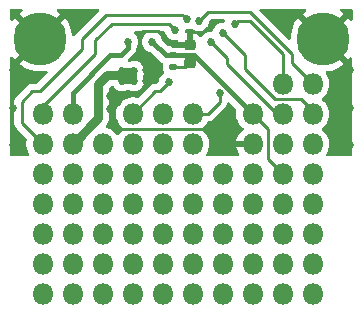
<source format=gbr>
%TF.GenerationSoftware,KiCad,Pcbnew,(6.0.0-0)*%
%TF.CreationDate,2023-03-06T18:33:43-05:00*%
%TF.ProjectId,module_dev2,6d6f6475-6c65-45f6-9465-76322e6b6963,rev?*%
%TF.SameCoordinates,Original*%
%TF.FileFunction,Copper,L1,Top*%
%TF.FilePolarity,Positive*%
%FSLAX46Y46*%
G04 Gerber Fmt 4.6, Leading zero omitted, Abs format (unit mm)*
G04 Created by KiCad (PCBNEW (6.0.0-0)) date 2023-03-06 18:33:43*
%MOMM*%
%LPD*%
G01*
G04 APERTURE LIST*
G04 Aperture macros list*
%AMRoundRect*
0 Rectangle with rounded corners*
0 $1 Rounding radius*
0 $2 $3 $4 $5 $6 $7 $8 $9 X,Y pos of 4 corners*
0 Add a 4 corners polygon primitive as box body*
4,1,4,$2,$3,$4,$5,$6,$7,$8,$9,$2,$3,0*
0 Add four circle primitives for the rounded corners*
1,1,$1+$1,$2,$3*
1,1,$1+$1,$4,$5*
1,1,$1+$1,$6,$7*
1,1,$1+$1,$8,$9*
0 Add four rect primitives between the rounded corners*
20,1,$1+$1,$2,$3,$4,$5,0*
20,1,$1+$1,$4,$5,$6,$7,0*
20,1,$1+$1,$6,$7,$8,$9,0*
20,1,$1+$1,$8,$9,$2,$3,0*%
G04 Aperture macros list end*
%TA.AperFunction,ComponentPad*%
%ADD10C,4.500000*%
%TD*%
%TA.AperFunction,ComponentPad*%
%ADD11O,1.800000X1.800000*%
%TD*%
%TA.AperFunction,SMDPad,CuDef*%
%ADD12RoundRect,0.135000X-0.185000X0.135000X-0.185000X-0.135000X0.185000X-0.135000X0.185000X0.135000X0*%
%TD*%
%TA.AperFunction,SMDPad,CuDef*%
%ADD13RoundRect,0.218750X-0.256250X0.218750X-0.256250X-0.218750X0.256250X-0.218750X0.256250X0.218750X0*%
%TD*%
%TA.AperFunction,ViaPad*%
%ADD14C,0.685800*%
%TD*%
%TA.AperFunction,Conductor*%
%ADD15C,0.254000*%
%TD*%
%TA.AperFunction,Conductor*%
%ADD16C,0.203200*%
%TD*%
%TA.AperFunction,Conductor*%
%ADD17C,0.508000*%
%TD*%
%TA.AperFunction,Conductor*%
%ADD18C,0.762000*%
%TD*%
%TA.AperFunction,Conductor*%
%ADD19C,0.381000*%
%TD*%
G04 APERTURE END LIST*
D10*
%TO.P,H1,1*%
%TO.N,GND*%
X95000000Y-64000000D03*
%TD*%
%TO.P,H2,1*%
%TO.N,GND*%
X119000000Y-64000000D03*
%TD*%
D11*
%TO.P,J24,1*%
%TO.N,/12V*%
X97790000Y-72898000D03*
%TD*%
%TO.P,J25,1*%
%TO.N,GND*%
X100330000Y-72898000D03*
%TD*%
%TO.P,J27,1*%
%TO.N,/A1*%
X95250000Y-70358000D03*
%TD*%
%TO.P,J28,1*%
%TO.N,/~{RST}*%
X102870000Y-70358000D03*
%TD*%
%TO.P,J29,1*%
%TO.N,/5V*%
X97790000Y-70358000D03*
%TD*%
%TO.P,J32,1*%
%TO.N,/EN*%
X102870000Y-72898000D03*
%TD*%
%TO.P,J13,1*%
%TO.N,/SDA*%
X115570000Y-72898000D03*
%TD*%
%TO.P,J14,1*%
%TO.N,/3V3*%
X113030000Y-70358000D03*
%TD*%
%TO.P,J15,1*%
%TO.N,GND*%
X113030000Y-72898000D03*
%TD*%
%TO.P,J16,1*%
%TO.N,/SCK*%
X105410000Y-70358000D03*
%TD*%
%TO.P,J18,1*%
%TO.N,/MISO*%
X105410000Y-72898000D03*
%TD*%
%TO.P,J19,1*%
%TO.N,/MOSI*%
X107950000Y-72898000D03*
%TD*%
%TO.P,J17,1*%
%TO.N,/CS*%
X107950000Y-70358000D03*
%TD*%
%TO.P,J22,1*%
%TO.N,/RX*%
X118110000Y-70358000D03*
%TD*%
%TO.P,J31,1*%
%TO.N,/Status*%
X118110000Y-67818000D03*
%TD*%
%TO.P,J26,1*%
%TO.N,/A0*%
X95250000Y-72898000D03*
%TD*%
%TO.P,J21,1*%
%TO.N,/TX*%
X115570000Y-70358000D03*
%TD*%
%TO.P,J30,1*%
%TO.N,/BAT*%
X115570000Y-67818000D03*
%TD*%
%TO.P,J12,1*%
%TO.N,/SCL*%
X118110000Y-72898000D03*
%TD*%
%TO.P,J2,1*%
%TO.N,N/C*%
X95250000Y-75438000D03*
%TO.P,J2,2*%
X97790000Y-75438000D03*
%TO.P,J2,3*%
X100330000Y-75438000D03*
%TO.P,J2,4*%
X102870000Y-75438000D03*
%TO.P,J2,5*%
X105410000Y-75438000D03*
%TO.P,J2,6*%
X107950000Y-75438000D03*
%TO.P,J2,7*%
X110490000Y-75438000D03*
%TO.P,J2,8*%
X113030000Y-75438000D03*
%TD*%
%TO.P,J3,1*%
%TO.N,N/C*%
X95250000Y-77978000D03*
%TO.P,J3,2*%
X97790000Y-77978000D03*
%TO.P,J3,3*%
X100330000Y-77978000D03*
%TO.P,J3,4*%
X102870000Y-77978000D03*
%TO.P,J3,5*%
X105410000Y-77978000D03*
%TO.P,J3,6*%
X107950000Y-77978000D03*
%TO.P,J3,7*%
X110490000Y-77978000D03*
%TO.P,J3,8*%
X113030000Y-77978000D03*
%TD*%
%TO.P,J4,1*%
%TO.N,N/C*%
X95250000Y-80518000D03*
%TO.P,J4,2*%
X97790000Y-80518000D03*
%TO.P,J4,3*%
X100330000Y-80518000D03*
%TO.P,J4,4*%
X102870000Y-80518000D03*
%TO.P,J4,5*%
X105410000Y-80518000D03*
%TO.P,J4,6*%
X107950000Y-80518000D03*
%TO.P,J4,7*%
X110490000Y-80518000D03*
%TO.P,J4,8*%
X113030000Y-80518000D03*
%TD*%
%TO.P,J5,1*%
%TO.N,N/C*%
X95250000Y-83058000D03*
%TO.P,J5,2*%
X97790000Y-83058000D03*
%TO.P,J5,3*%
X100330000Y-83058000D03*
%TO.P,J5,4*%
X102870000Y-83058000D03*
%TO.P,J5,5*%
X105410000Y-83058000D03*
%TO.P,J5,6*%
X107950000Y-83058000D03*
%TO.P,J5,7*%
X110490000Y-83058000D03*
%TO.P,J5,8*%
X113030000Y-83058000D03*
%TD*%
%TO.P,J6,1*%
%TO.N,N/C*%
X95250000Y-85598000D03*
%TO.P,J6,2*%
X97790000Y-85598000D03*
%TO.P,J6,3*%
X100330000Y-85598000D03*
%TO.P,J6,4*%
X102870000Y-85598000D03*
%TO.P,J6,5*%
X105410000Y-85598000D03*
%TO.P,J6,6*%
X107950000Y-85598000D03*
%TO.P,J6,7*%
X110490000Y-85598000D03*
%TO.P,J6,8*%
X113030000Y-85598000D03*
%TD*%
%TO.P,J7,1*%
%TO.N,/3V3*%
X115570000Y-75438000D03*
%TO.P,J7,2*%
X115570000Y-77978000D03*
%TO.P,J7,3*%
X115570000Y-80518000D03*
%TO.P,J7,4*%
X115570000Y-83058000D03*
%TO.P,J7,5*%
X115570000Y-85598000D03*
%TD*%
%TO.P,J8,1*%
%TO.N,GND*%
X118110000Y-75438000D03*
%TO.P,J8,2*%
X118110000Y-77978000D03*
%TO.P,J8,3*%
X118110000Y-80518000D03*
%TO.P,J8,4*%
X118110000Y-83058000D03*
%TO.P,J8,5*%
X118110000Y-85598000D03*
%TD*%
D12*
%TO.P,R1,1*%
%TO.N,/3V3*%
X106299000Y-65403000D03*
%TO.P,R1,2*%
%TO.N,N/C*%
X106299000Y-66423000D03*
%TD*%
D13*
%TO.P,D1,1,K*%
%TO.N,GND*%
X107696000Y-64490500D03*
%TO.P,D1,2,A*%
%TO.N,N/C*%
X107696000Y-66065500D03*
%TD*%
D14*
%TO.N,GND*%
X110744000Y-71628000D03*
X92710000Y-66675000D03*
X101600000Y-69342000D03*
X110744000Y-72644000D03*
X92710000Y-73025000D03*
X100965000Y-69977000D03*
X100965000Y-68834000D03*
X104013000Y-66675000D03*
X121285000Y-73025000D03*
X92710000Y-69850000D03*
X121285000Y-69850000D03*
X104013000Y-65786000D03*
X121285000Y-66675000D03*
X104013000Y-67564000D03*
%TO.N,/12V*%
X102996500Y-66720000D03*
X102997000Y-67564000D03*
X101981000Y-67564000D03*
X101999500Y-66720000D03*
%TO.N,/3V3*%
X104521000Y-64262000D03*
%TO.N,/~{RST}*%
X105918000Y-67691000D03*
%TO.N,/CS*%
X110236000Y-68580000D03*
%TO.N,/5V*%
X102489000Y-64262000D03*
%TO.N,/TX*%
X109474000Y-64262000D03*
%TO.N,/RX*%
X110490000Y-63500000D03*
%TO.N,/Status*%
X108458000Y-62484000D03*
%TO.N,/A0*%
X107442000Y-62357000D03*
%TO.N,/A1*%
X106426000Y-63246000D03*
%TO.N,/BAT*%
X111506000Y-62738000D03*
%TD*%
D15*
%TO.N,GND*%
X110236000Y-71628000D02*
X101600000Y-71628000D01*
X110236000Y-71628000D02*
X110236000Y-71628000D01*
X107569000Y-64617500D02*
X106273500Y-64617500D01*
X106273500Y-64617500D02*
X105029000Y-63373000D01*
D16*
X117500000Y-62500000D02*
X119000000Y-64000000D01*
D15*
X105029000Y-63373000D02*
X103759000Y-63373000D01*
X103759000Y-63373000D02*
X103505000Y-63627000D01*
D17*
%TO.N,/12V*%
X102996500Y-66720000D02*
X102825000Y-66720000D01*
X102997000Y-66720500D02*
X102996500Y-66720000D01*
X101999500Y-66720000D02*
X101999500Y-67545500D01*
X102996500Y-66720000D02*
X101999500Y-66720000D01*
D18*
X99949000Y-67818000D02*
X99949000Y-70739000D01*
X100711000Y-67056000D02*
X99949000Y-67818000D01*
D17*
X102997000Y-67564000D02*
X102843500Y-67564000D01*
D18*
X102489000Y-67056000D02*
X100711000Y-67056000D01*
D17*
X102489000Y-67056000D02*
X101981000Y-67564000D01*
X102997000Y-67564000D02*
X102997000Y-66720500D01*
X101999500Y-67545500D02*
X101981000Y-67564000D01*
D18*
X97790000Y-72898000D02*
X99949000Y-70739000D01*
D17*
X102843500Y-67564000D02*
X101999500Y-66720000D01*
X102825000Y-66720000D02*
X102489000Y-67056000D01*
X102997000Y-67564000D02*
X101981000Y-67564000D01*
D19*
%TO.N,/3V3*%
X110617000Y-67945000D02*
X113030000Y-70358000D01*
X108077000Y-65405000D02*
X110617000Y-67945000D01*
X104521000Y-64262000D02*
X105664000Y-65405000D01*
D15*
X113030000Y-70358000D02*
X114300000Y-71628000D01*
D19*
X105664000Y-65405000D02*
X108077000Y-65405000D01*
D15*
X114300000Y-74168000D02*
X115570000Y-75438000D01*
X114300000Y-71628000D02*
X114300000Y-74168000D01*
%TO.N,Net-(D1-Pad2)*%
X106299000Y-66423000D02*
X107338500Y-66423000D01*
X107338500Y-66423000D02*
X107569000Y-66192500D01*
%TO.N,/~{RST}*%
X104775000Y-68453000D02*
X105156000Y-68453000D01*
X102870000Y-70358000D02*
X104775000Y-68453000D01*
X105156000Y-68453000D02*
X105918000Y-67691000D01*
%TO.N,/CS*%
X110236000Y-69342000D02*
X109220000Y-70358000D01*
X109220000Y-70358000D02*
X107950000Y-70358000D01*
X110236000Y-68580000D02*
X110236000Y-69342000D01*
D19*
%TO.N,/5V*%
X101854000Y-65405000D02*
X100965000Y-65405000D01*
X102489000Y-64262000D02*
X102489000Y-64770000D01*
X102489000Y-64770000D02*
X101854000Y-65405000D01*
X97790000Y-68580000D02*
X100965000Y-65405000D01*
X97790000Y-70358000D02*
X97790000Y-68580000D01*
D15*
%TO.N,/TX*%
X110871000Y-66167000D02*
X110871000Y-65659000D01*
X110871000Y-65659000D02*
X109474000Y-64262000D01*
X115570000Y-70358000D02*
X115062000Y-70358000D01*
X115062000Y-70358000D02*
X110871000Y-66167000D01*
%TO.N,/RX*%
X117094000Y-69088000D02*
X118110000Y-70104000D01*
X112395000Y-66582920D02*
X112395000Y-65405000D01*
X116955999Y-69088000D02*
X117094000Y-69088000D01*
X114900080Y-69088000D02*
X112395000Y-66582920D01*
X116955999Y-69088000D02*
X116967000Y-69088000D01*
X116955999Y-69088000D02*
X114900080Y-69088000D01*
X112395000Y-65405000D02*
X110490000Y-63500000D01*
X118110000Y-70104000D02*
X118110000Y-70358000D01*
%TO.N,/Status*%
X116332000Y-65278000D02*
X116332000Y-66040000D01*
X116332000Y-66040000D02*
X118110000Y-67818000D01*
X112776000Y-61722000D02*
X116332000Y-65278000D01*
X109220000Y-61722000D02*
X112776000Y-61722000D01*
X108458000Y-62484000D02*
X109220000Y-61722000D01*
%TO.N,/A0*%
X98552000Y-64897000D02*
X94996000Y-68453000D01*
X93472000Y-69342000D02*
X93472000Y-71120000D01*
X100584000Y-61976000D02*
X98552000Y-64008000D01*
X94361000Y-68453000D02*
X93472000Y-69342000D01*
X107442000Y-62357000D02*
X107061000Y-61976000D01*
X93472000Y-71120000D02*
X95250000Y-72898000D01*
X98552000Y-64008000D02*
X98552000Y-64897000D01*
X107061000Y-61976000D02*
X100584000Y-61976000D01*
X94996000Y-68453000D02*
X94361000Y-68453000D01*
%TO.N,/A1*%
X105918000Y-62738000D02*
X101092000Y-62738000D01*
X106426000Y-63246000D02*
X105918000Y-62738000D01*
X95250000Y-69723000D02*
X95250000Y-70358000D01*
X101092000Y-62738000D02*
X99695000Y-64135000D01*
X99695000Y-65278000D02*
X95250000Y-69723000D01*
X99695000Y-64135000D02*
X99695000Y-65278000D01*
%TO.N,/BAT*%
X111506000Y-62738000D02*
X111760000Y-62484000D01*
X111760000Y-62484000D02*
X112776000Y-62484000D01*
X115570000Y-65278000D02*
X112776000Y-62484000D01*
X115570000Y-67818000D02*
X115570000Y-65278000D01*
%TD*%
%TA.AperFunction,Conductor*%
%TO.N,GND*%
G36*
X93508556Y-61466002D02*
G01*
X93555049Y-61519658D01*
X93565153Y-61589932D01*
X93535659Y-61654512D01*
X93504858Y-61680285D01*
X93450196Y-61712805D01*
X93443945Y-61717053D01*
X93250733Y-61866115D01*
X93242267Y-61877773D01*
X93248871Y-61889661D01*
X94987188Y-63627978D01*
X95001132Y-63635592D01*
X95002965Y-63635461D01*
X95009580Y-63631210D01*
X96750162Y-61890628D01*
X96757174Y-61877787D01*
X96749379Y-61867098D01*
X96579886Y-61733481D01*
X96573663Y-61729156D01*
X96492326Y-61679605D01*
X96444557Y-61627082D01*
X96432767Y-61557071D01*
X96460699Y-61491800D01*
X96519485Y-61451992D01*
X96557879Y-61446000D01*
X99911078Y-61446000D01*
X99979199Y-61466002D01*
X100025692Y-61519658D01*
X100035796Y-61589932D01*
X100006302Y-61654512D01*
X100000174Y-61661094D01*
X99049973Y-62611294D01*
X98158517Y-63502750D01*
X98150191Y-63510326D01*
X98143697Y-63514447D01*
X98138274Y-63520222D01*
X98096915Y-63564265D01*
X98094160Y-63567107D01*
X98074361Y-63586906D01*
X98071937Y-63590031D01*
X98071929Y-63590040D01*
X98071863Y-63590126D01*
X98064155Y-63599151D01*
X98033783Y-63631494D01*
X98029965Y-63638438D01*
X98029964Y-63638440D01*
X98023978Y-63649329D01*
X98013127Y-63665847D01*
X98000650Y-63681933D01*
X97991663Y-63702702D01*
X97984908Y-63718311D01*
X97939497Y-63772886D01*
X97871790Y-63794246D01*
X97803283Y-63775610D01*
X97755727Y-63722894D01*
X97743499Y-63675853D01*
X97743257Y-63671835D01*
X97742349Y-63664333D01*
X97683967Y-63344663D01*
X97682154Y-63337284D01*
X97585797Y-63026966D01*
X97583116Y-63019869D01*
X97450172Y-62723363D01*
X97446655Y-62716636D01*
X97279054Y-62438252D01*
X97274757Y-62431999D01*
X97133617Y-62251022D01*
X97121823Y-62242551D01*
X97110113Y-62249097D01*
X93250257Y-66108953D01*
X93243142Y-66121982D01*
X93250668Y-66132415D01*
X93396463Y-66249848D01*
X93402648Y-66254244D01*
X93678363Y-66426195D01*
X93685034Y-66429817D01*
X93979414Y-66567402D01*
X93986468Y-66570195D01*
X94295257Y-66671420D01*
X94302570Y-66673339D01*
X94621298Y-66736738D01*
X94628789Y-66737764D01*
X94952823Y-66762413D01*
X94960386Y-66762531D01*
X95285021Y-66748074D01*
X95292562Y-66747282D01*
X95517209Y-66709890D01*
X95587690Y-66718436D01*
X95642361Y-66763730D01*
X95663866Y-66831391D01*
X95645377Y-66899938D01*
X95626992Y-66923275D01*
X94769672Y-67780595D01*
X94707360Y-67814621D01*
X94680577Y-67817500D01*
X94440032Y-67817500D01*
X94428793Y-67816970D01*
X94421281Y-67815291D01*
X94413356Y-67815540D01*
X94413355Y-67815540D01*
X94352970Y-67817438D01*
X94349012Y-67817500D01*
X94321017Y-67817500D01*
X94317083Y-67817997D01*
X94317081Y-67817997D01*
X94316994Y-67818008D01*
X94305160Y-67818940D01*
X94260795Y-67820335D01*
X94253182Y-67822547D01*
X94253181Y-67822547D01*
X94241252Y-67826013D01*
X94221888Y-67830023D01*
X94209560Y-67831580D01*
X94209558Y-67831580D01*
X94201701Y-67832573D01*
X94194337Y-67835489D01*
X94194332Y-67835490D01*
X94160444Y-67848907D01*
X94149215Y-67852752D01*
X94132535Y-67857598D01*
X94106607Y-67865131D01*
X94099780Y-67869169D01*
X94099777Y-67869170D01*
X94089094Y-67875488D01*
X94071336Y-67884188D01*
X94059785Y-67888761D01*
X94059779Y-67888765D01*
X94052412Y-67891681D01*
X94046001Y-67896339D01*
X94045999Y-67896340D01*
X94016512Y-67917764D01*
X94006590Y-67924281D01*
X93975232Y-67942826D01*
X93975228Y-67942829D01*
X93968402Y-67946866D01*
X93954018Y-67961250D01*
X93938984Y-67974091D01*
X93922513Y-67986058D01*
X93901656Y-68011270D01*
X93894227Y-68020250D01*
X93886237Y-68029031D01*
X93078512Y-68836755D01*
X93070193Y-68844325D01*
X93063697Y-68848447D01*
X93058271Y-68854225D01*
X93058270Y-68854226D01*
X93016915Y-68898265D01*
X93014160Y-68901107D01*
X92994361Y-68920906D01*
X92991937Y-68924031D01*
X92991929Y-68924040D01*
X92991863Y-68924126D01*
X92984155Y-68933151D01*
X92953783Y-68965494D01*
X92949965Y-68972438D01*
X92949964Y-68972440D01*
X92943978Y-68983329D01*
X92933127Y-68999847D01*
X92920650Y-69015933D01*
X92903024Y-69056666D01*
X92897807Y-69067314D01*
X92876431Y-69106197D01*
X92874460Y-69113872D01*
X92874458Y-69113878D01*
X92871369Y-69125911D01*
X92864966Y-69144613D01*
X92856883Y-69163292D01*
X92853601Y-69184012D01*
X92849940Y-69207127D01*
X92847535Y-69218740D01*
X92836500Y-69261718D01*
X92836500Y-69282065D01*
X92834949Y-69301776D01*
X92831765Y-69321879D01*
X92832511Y-69329771D01*
X92835941Y-69366056D01*
X92836500Y-69377914D01*
X92836500Y-71040980D01*
X92835970Y-71052214D01*
X92834292Y-71059719D01*
X92834970Y-71081282D01*
X92836438Y-71128012D01*
X92836500Y-71131969D01*
X92836500Y-71159983D01*
X92836996Y-71163908D01*
X92836996Y-71163909D01*
X92837008Y-71164004D01*
X92837941Y-71175849D01*
X92839335Y-71220205D01*
X92844119Y-71236670D01*
X92845013Y-71239748D01*
X92849023Y-71259112D01*
X92851573Y-71279299D01*
X92854489Y-71286663D01*
X92854490Y-71286668D01*
X92867907Y-71320556D01*
X92871752Y-71331785D01*
X92884131Y-71374393D01*
X92888169Y-71381220D01*
X92888170Y-71381223D01*
X92894488Y-71391906D01*
X92903188Y-71409664D01*
X92907761Y-71421215D01*
X92907765Y-71421221D01*
X92910681Y-71428588D01*
X92915339Y-71434999D01*
X92915340Y-71435001D01*
X92936764Y-71464488D01*
X92943281Y-71474410D01*
X92961826Y-71505768D01*
X92961829Y-71505772D01*
X92965866Y-71512598D01*
X92980250Y-71526982D01*
X92993091Y-71542016D01*
X93005058Y-71558487D01*
X93011166Y-71563540D01*
X93039255Y-71586777D01*
X93048035Y-71594767D01*
X93858540Y-72405272D01*
X93892566Y-72467584D01*
X93890862Y-72528039D01*
X93861707Y-72633169D01*
X93837095Y-72863469D01*
X93837392Y-72868622D01*
X93837392Y-72868625D01*
X93843067Y-72967041D01*
X93850427Y-73094697D01*
X93851564Y-73099743D01*
X93851565Y-73099749D01*
X93883741Y-73242523D01*
X93901346Y-73320642D01*
X93903288Y-73325424D01*
X93903289Y-73325428D01*
X93978467Y-73510568D01*
X93988484Y-73535237D01*
X94098321Y-73714474D01*
X94103034Y-73722165D01*
X94121572Y-73790699D01*
X94100116Y-73858375D01*
X94045477Y-73903708D01*
X93995601Y-73914000D01*
X92629000Y-73914000D01*
X92560879Y-73893998D01*
X92514386Y-73840342D01*
X92503000Y-73788000D01*
X92503000Y-65647024D01*
X92523002Y-65578903D01*
X92576658Y-65532410D01*
X92646932Y-65522306D01*
X92711512Y-65551800D01*
X92729163Y-65570582D01*
X92865792Y-65749608D01*
X92877316Y-65758069D01*
X92889382Y-65751408D01*
X94627978Y-64012812D01*
X94635592Y-63998868D01*
X94635461Y-63997035D01*
X94631210Y-63990420D01*
X92890864Y-62250074D01*
X92877929Y-62243011D01*
X92867367Y-62250671D01*
X92741785Y-62408268D01*
X92737427Y-62414469D01*
X92736261Y-62416360D01*
X92735816Y-62416760D01*
X92735245Y-62417573D01*
X92735059Y-62417442D01*
X92683489Y-62463855D01*
X92613418Y-62475279D01*
X92548294Y-62447006D01*
X92508793Y-62388012D01*
X92503000Y-62350246D01*
X92503000Y-61572000D01*
X92523002Y-61503879D01*
X92576658Y-61457386D01*
X92629000Y-61446000D01*
X93440435Y-61446000D01*
X93508556Y-61466002D01*
G37*
%TD.AperFunction*%
%TA.AperFunction,Conductor*%
G36*
X111034843Y-69364846D02*
G01*
X111075557Y-69392092D01*
X111619042Y-69935577D01*
X111653068Y-69997889D01*
X111651365Y-70058342D01*
X111641707Y-70093169D01*
X111617095Y-70323469D01*
X111617392Y-70328622D01*
X111617392Y-70328625D01*
X111623067Y-70427041D01*
X111630427Y-70554697D01*
X111631564Y-70559743D01*
X111631565Y-70559749D01*
X111656185Y-70668993D01*
X111681346Y-70780642D01*
X111683288Y-70785424D01*
X111683289Y-70785428D01*
X111763198Y-70982220D01*
X111768484Y-70995237D01*
X111889501Y-71192719D01*
X112041147Y-71367784D01*
X112219349Y-71515730D01*
X112223816Y-71518340D01*
X112227974Y-71520770D01*
X112276698Y-71572408D01*
X112289769Y-71642191D01*
X112263038Y-71707963D01*
X112240057Y-71730318D01*
X112096123Y-71838386D01*
X112088416Y-71845229D01*
X111935600Y-72005143D01*
X111929113Y-72013153D01*
X111804474Y-72195867D01*
X111799376Y-72204841D01*
X111706252Y-72405459D01*
X111702689Y-72415146D01*
X111643581Y-72628279D01*
X111643484Y-72628788D01*
X111645625Y-72640609D01*
X111658001Y-72644000D01*
X113158000Y-72644000D01*
X113226121Y-72664002D01*
X113272614Y-72717658D01*
X113284000Y-72770000D01*
X113284000Y-73026000D01*
X113263998Y-73094121D01*
X113210342Y-73140614D01*
X113158000Y-73152000D01*
X111661968Y-73152000D01*
X111648437Y-73155973D01*
X111647000Y-73165966D01*
X111680685Y-73315439D01*
X111683773Y-73325292D01*
X111766989Y-73530226D01*
X111771629Y-73539413D01*
X111883619Y-73722165D01*
X111902157Y-73790699D01*
X111880700Y-73858376D01*
X111826061Y-73903709D01*
X111776186Y-73914000D01*
X109200146Y-73914000D01*
X109132025Y-73893998D01*
X109085532Y-73840342D01*
X109075428Y-73770068D01*
X109097824Y-73714474D01*
X109158435Y-73630125D01*
X109158439Y-73630119D01*
X109161458Y-73625917D01*
X109208641Y-73530450D01*
X109261784Y-73422922D01*
X109261785Y-73422920D01*
X109264078Y-73418280D01*
X109331408Y-73196671D01*
X109361640Y-72967041D01*
X109363327Y-72898000D01*
X109357032Y-72821434D01*
X109344773Y-72672318D01*
X109344772Y-72672312D01*
X109344349Y-72667167D01*
X109309403Y-72528039D01*
X109289184Y-72447544D01*
X109289183Y-72447540D01*
X109287925Y-72442533D01*
X109271805Y-72405459D01*
X109197630Y-72234868D01*
X109197628Y-72234865D01*
X109195570Y-72230131D01*
X109069764Y-72035665D01*
X108913887Y-71864358D01*
X108909836Y-71861159D01*
X108909832Y-71861155D01*
X108737077Y-71724722D01*
X108696014Y-71666805D01*
X108692782Y-71595882D01*
X108728407Y-71534470D01*
X108742001Y-71523261D01*
X108862243Y-71437494D01*
X109026303Y-71274005D01*
X109044076Y-71249272D01*
X109101099Y-71169915D01*
X109161458Y-71085917D01*
X109173296Y-71061965D01*
X109221409Y-71009760D01*
X109282295Y-70991856D01*
X109293803Y-70991495D01*
X109312282Y-70990914D01*
X109312283Y-70990914D01*
X109320205Y-70990665D01*
X109339749Y-70984987D01*
X109359112Y-70980977D01*
X109371440Y-70979420D01*
X109371442Y-70979420D01*
X109379299Y-70978427D01*
X109386663Y-70975511D01*
X109386668Y-70975510D01*
X109420556Y-70962093D01*
X109431785Y-70958248D01*
X109448465Y-70953402D01*
X109474393Y-70945869D01*
X109481220Y-70941831D01*
X109481223Y-70941830D01*
X109491906Y-70935512D01*
X109509664Y-70926812D01*
X109521215Y-70922239D01*
X109521221Y-70922235D01*
X109528588Y-70919319D01*
X109564491Y-70893234D01*
X109574410Y-70886719D01*
X109605768Y-70868174D01*
X109605772Y-70868171D01*
X109612598Y-70864134D01*
X109626982Y-70849750D01*
X109642016Y-70836909D01*
X109652073Y-70829602D01*
X109658487Y-70824942D01*
X109686773Y-70790750D01*
X109694763Y-70781969D01*
X110629488Y-69847245D01*
X110637807Y-69839675D01*
X110644303Y-69835553D01*
X110691086Y-69785734D01*
X110693840Y-69782893D01*
X110713639Y-69763094D01*
X110716063Y-69759969D01*
X110716071Y-69759960D01*
X110716137Y-69759874D01*
X110723845Y-69750849D01*
X110748790Y-69724285D01*
X110754217Y-69718506D01*
X110764023Y-69700669D01*
X110774873Y-69684153D01*
X110787350Y-69668067D01*
X110804976Y-69627334D01*
X110810193Y-69616686D01*
X110827749Y-69584751D01*
X110831569Y-69577803D01*
X110833540Y-69570128D01*
X110833542Y-69570122D01*
X110836631Y-69558089D01*
X110843034Y-69539387D01*
X110851117Y-69520708D01*
X110858060Y-69476873D01*
X110860467Y-69465254D01*
X110864420Y-69449856D01*
X110900732Y-69388849D01*
X110964263Y-69357158D01*
X111034843Y-69364846D01*
G37*
%TD.AperFunction*%
%TA.AperFunction,Conductor*%
G36*
X117508556Y-61466002D02*
G01*
X117555049Y-61519658D01*
X117565153Y-61589932D01*
X117535659Y-61654512D01*
X117504858Y-61680285D01*
X117450196Y-61712805D01*
X117443945Y-61717053D01*
X117250733Y-61866115D01*
X117242267Y-61877773D01*
X117248871Y-61889661D01*
X118987188Y-63627978D01*
X119001132Y-63635592D01*
X119002965Y-63635461D01*
X119009580Y-63631210D01*
X120750162Y-61890628D01*
X120757174Y-61877787D01*
X120749379Y-61867098D01*
X120579886Y-61733481D01*
X120573663Y-61729156D01*
X120492326Y-61679605D01*
X120444557Y-61627082D01*
X120432767Y-61557071D01*
X120460699Y-61491800D01*
X120519485Y-61451992D01*
X120557879Y-61446000D01*
X121361000Y-61446000D01*
X121429121Y-61466002D01*
X121475614Y-61519658D01*
X121487000Y-61572000D01*
X121487000Y-62337698D01*
X121466998Y-62405819D01*
X121413342Y-62452312D01*
X121343068Y-62462416D01*
X121278488Y-62432922D01*
X121261643Y-62415184D01*
X121133617Y-62251022D01*
X121121823Y-62242551D01*
X121110113Y-62249097D01*
X119372022Y-63987188D01*
X119364408Y-64001132D01*
X119364539Y-64002965D01*
X119368790Y-64009580D01*
X121108825Y-65749615D01*
X121121948Y-65756781D01*
X121132250Y-65749391D01*
X121241420Y-65615296D01*
X121245921Y-65609032D01*
X121301916Y-65565384D01*
X121372619Y-65558937D01*
X121435584Y-65591739D01*
X121470819Y-65653375D01*
X121474243Y-65683173D01*
X121434613Y-73788616D01*
X121414279Y-73856638D01*
X121360396Y-73902868D01*
X121308615Y-73914000D01*
X119360146Y-73914000D01*
X119292025Y-73893998D01*
X119245532Y-73840342D01*
X119235428Y-73770068D01*
X119257824Y-73714474D01*
X119318435Y-73630125D01*
X119318439Y-73630119D01*
X119321458Y-73625917D01*
X119368641Y-73530450D01*
X119421784Y-73422922D01*
X119421785Y-73422920D01*
X119424078Y-73418280D01*
X119491408Y-73196671D01*
X119521640Y-72967041D01*
X119523327Y-72898000D01*
X119517032Y-72821434D01*
X119504773Y-72672318D01*
X119504772Y-72672312D01*
X119504349Y-72667167D01*
X119469403Y-72528039D01*
X119449184Y-72447544D01*
X119449183Y-72447540D01*
X119447925Y-72442533D01*
X119431805Y-72405459D01*
X119357630Y-72234868D01*
X119357628Y-72234865D01*
X119355570Y-72230131D01*
X119229764Y-72035665D01*
X119073887Y-71864358D01*
X119069836Y-71861159D01*
X119069832Y-71861155D01*
X118897077Y-71724722D01*
X118856014Y-71666805D01*
X118852782Y-71595882D01*
X118888407Y-71534470D01*
X118902001Y-71523261D01*
X119022243Y-71437494D01*
X119186303Y-71274005D01*
X119204076Y-71249272D01*
X119261099Y-71169915D01*
X119321458Y-71085917D01*
X119333296Y-71061966D01*
X119421784Y-70882922D01*
X119421785Y-70882920D01*
X119424078Y-70878280D01*
X119491408Y-70656671D01*
X119521640Y-70427041D01*
X119523327Y-70358000D01*
X119517032Y-70281434D01*
X119504773Y-70132318D01*
X119504772Y-70132312D01*
X119504349Y-70127167D01*
X119447925Y-69902533D01*
X119445866Y-69897797D01*
X119357630Y-69694868D01*
X119357628Y-69694865D01*
X119355570Y-69690131D01*
X119229764Y-69495665D01*
X119207333Y-69471013D01*
X119122619Y-69377914D01*
X119073887Y-69324358D01*
X119069836Y-69321159D01*
X119069832Y-69321155D01*
X118897077Y-69184722D01*
X118856014Y-69126805D01*
X118852782Y-69055882D01*
X118888407Y-68994470D01*
X118902001Y-68983261D01*
X118918149Y-68971743D01*
X119022243Y-68897494D01*
X119186303Y-68734005D01*
X119321458Y-68545917D01*
X119323875Y-68541028D01*
X119421784Y-68342922D01*
X119421785Y-68342920D01*
X119424078Y-68338280D01*
X119491408Y-68116671D01*
X119521640Y-67887041D01*
X119521799Y-67880539D01*
X119523245Y-67821365D01*
X119523245Y-67821361D01*
X119523327Y-67818000D01*
X119516538Y-67735427D01*
X119504773Y-67592318D01*
X119504772Y-67592312D01*
X119504349Y-67587167D01*
X119452245Y-67379730D01*
X119449184Y-67367544D01*
X119449183Y-67367540D01*
X119447925Y-67362533D01*
X119445734Y-67357494D01*
X119357630Y-67154868D01*
X119357628Y-67154865D01*
X119355570Y-67150131D01*
X119229764Y-66955665D01*
X119226282Y-66951838D01*
X119223129Y-66947744D01*
X119224899Y-66946381D01*
X119197983Y-66890964D01*
X119206414Y-66820470D01*
X119251620Y-66765725D01*
X119301551Y-66745785D01*
X119613115Y-66693926D01*
X119620479Y-66692240D01*
X119932315Y-66600757D01*
X119939424Y-66598198D01*
X120238003Y-66469919D01*
X120244770Y-66466515D01*
X120525764Y-66303301D01*
X120532071Y-66299111D01*
X120750005Y-66134588D01*
X120758461Y-66123197D01*
X120751743Y-66110953D01*
X116890864Y-62250074D01*
X116877929Y-62243011D01*
X116867367Y-62250671D01*
X116741785Y-62408268D01*
X116737428Y-62414467D01*
X116566913Y-62691094D01*
X116563333Y-62697770D01*
X116427287Y-62992878D01*
X116424537Y-62999929D01*
X116324927Y-63309251D01*
X116323044Y-63316584D01*
X116261316Y-63635632D01*
X116260329Y-63643132D01*
X116237378Y-63967277D01*
X116237259Y-63978652D01*
X116236208Y-63978641D01*
X116220682Y-64043261D01*
X116169407Y-64092367D01*
X116099723Y-64105957D01*
X116033754Y-64079715D01*
X116022329Y-64069596D01*
X113613828Y-61661095D01*
X113579802Y-61598783D01*
X113584867Y-61527968D01*
X113627414Y-61471132D01*
X113693934Y-61446321D01*
X113702923Y-61446000D01*
X117440435Y-61446000D01*
X117508556Y-61466002D01*
G37*
%TD.AperFunction*%
%TA.AperFunction,Conductor*%
G36*
X103975759Y-63393502D02*
G01*
X104022252Y-63447158D01*
X104032356Y-63517432D01*
X104002862Y-63582012D01*
X103981702Y-63601434D01*
X103948164Y-63625801D01*
X103828409Y-63758803D01*
X103807946Y-63794246D01*
X103760002Y-63877288D01*
X103738923Y-63913797D01*
X103683618Y-64084009D01*
X103682928Y-64090572D01*
X103682928Y-64090573D01*
X103667766Y-64234829D01*
X103664910Y-64262000D01*
X103683618Y-64439991D01*
X103738923Y-64610203D01*
X103828409Y-64765197D01*
X103832827Y-64770104D01*
X103832828Y-64770105D01*
X103845739Y-64784444D01*
X103948164Y-64898199D01*
X103953506Y-64902080D01*
X103953508Y-64902082D01*
X104085553Y-64998018D01*
X104092955Y-65003396D01*
X104098983Y-65006080D01*
X104098985Y-65006081D01*
X104250423Y-65073505D01*
X104256454Y-65076190D01*
X104304845Y-65086476D01*
X104334498Y-65092779D01*
X104397396Y-65126931D01*
X105149503Y-65879038D01*
X105155356Y-65885303D01*
X105192842Y-65928274D01*
X105220396Y-65947639D01*
X105244378Y-65964494D01*
X105249674Y-65968427D01*
X105293263Y-66002606D01*
X105293266Y-66002608D01*
X105299240Y-66007292D01*
X105306164Y-66010418D01*
X105309199Y-66012256D01*
X105321898Y-66019500D01*
X105325046Y-66021188D01*
X105331261Y-66025556D01*
X105389950Y-66048438D01*
X105395999Y-66050980D01*
X105401177Y-66053318D01*
X105455024Y-66099587D01*
X105475310Y-66167623D01*
X105473753Y-66185218D01*
X105473371Y-66186534D01*
X105472867Y-66192943D01*
X105470989Y-66216803D01*
X105470500Y-66223011D01*
X105470501Y-66622988D01*
X105473371Y-66659466D01*
X105490503Y-66718436D01*
X105509656Y-66784358D01*
X105516747Y-66808766D01*
X105516747Y-66808768D01*
X105518731Y-66815596D01*
X105517629Y-66815916D01*
X105525396Y-66878871D01*
X105494614Y-66942848D01*
X105475124Y-66960379D01*
X105422248Y-66998796D01*
X105345164Y-67054801D01*
X105340743Y-67059711D01*
X105340742Y-67059712D01*
X105272947Y-67135007D01*
X105225409Y-67187803D01*
X105135923Y-67342797D01*
X105080618Y-67513009D01*
X105079928Y-67519572D01*
X105079928Y-67519573D01*
X105071582Y-67598976D01*
X105044568Y-67664633D01*
X105035367Y-67674900D01*
X104930834Y-67779433D01*
X104868522Y-67813459D01*
X104835855Y-67815419D01*
X104835281Y-67815291D01*
X104782783Y-67816941D01*
X104766970Y-67817438D01*
X104763012Y-67817500D01*
X104735017Y-67817500D01*
X104731083Y-67817997D01*
X104731081Y-67817997D01*
X104730994Y-67818008D01*
X104719160Y-67818940D01*
X104674795Y-67820335D01*
X104667182Y-67822547D01*
X104667181Y-67822547D01*
X104655252Y-67826013D01*
X104635888Y-67830023D01*
X104623560Y-67831580D01*
X104623558Y-67831580D01*
X104615701Y-67832573D01*
X104608337Y-67835489D01*
X104608332Y-67835490D01*
X104574444Y-67848907D01*
X104563215Y-67852752D01*
X104546535Y-67857598D01*
X104520607Y-67865131D01*
X104513780Y-67869169D01*
X104513777Y-67869170D01*
X104503094Y-67875488D01*
X104485336Y-67884188D01*
X104473785Y-67888761D01*
X104473779Y-67888765D01*
X104466412Y-67891681D01*
X104460001Y-67896339D01*
X104459999Y-67896340D01*
X104430512Y-67917764D01*
X104420590Y-67924281D01*
X104389232Y-67942826D01*
X104389228Y-67942829D01*
X104382402Y-67946866D01*
X104368018Y-67961250D01*
X104352984Y-67974091D01*
X104336513Y-67986058D01*
X104331460Y-67992166D01*
X104308223Y-68020255D01*
X104300233Y-68029035D01*
X103366024Y-68963244D01*
X103303712Y-68997270D01*
X103241245Y-68993325D01*
X103240906Y-68994610D01*
X103235902Y-68993288D01*
X103231028Y-68991562D01*
X103225935Y-68990655D01*
X103225932Y-68990654D01*
X103008095Y-68951851D01*
X103008089Y-68951850D01*
X103003006Y-68950945D01*
X102924007Y-68949980D01*
X102776581Y-68948179D01*
X102776579Y-68948179D01*
X102771411Y-68948116D01*
X102542464Y-68983150D01*
X102322314Y-69055106D01*
X102317726Y-69057494D01*
X102317722Y-69057496D01*
X102121461Y-69159663D01*
X102116872Y-69162052D01*
X102112739Y-69165155D01*
X102112736Y-69165157D01*
X101943819Y-69291984D01*
X101931655Y-69301117D01*
X101771639Y-69468564D01*
X101768730Y-69472829D01*
X101768724Y-69472837D01*
X101753152Y-69495665D01*
X101641119Y-69659899D01*
X101543602Y-69869981D01*
X101481707Y-70093169D01*
X101457095Y-70323469D01*
X101457392Y-70328622D01*
X101457392Y-70328625D01*
X101463067Y-70427041D01*
X101470427Y-70554697D01*
X101471564Y-70559743D01*
X101471565Y-70559749D01*
X101496185Y-70668993D01*
X101521346Y-70780642D01*
X101523288Y-70785424D01*
X101523289Y-70785428D01*
X101603198Y-70982220D01*
X101608484Y-70995237D01*
X101729501Y-71192719D01*
X101881147Y-71367784D01*
X102059349Y-71515730D01*
X102063816Y-71518340D01*
X102063819Y-71518342D01*
X102067511Y-71520500D01*
X102116232Y-71572140D01*
X102129301Y-71641924D01*
X102102566Y-71707694D01*
X102079589Y-71730045D01*
X101931655Y-71841117D01*
X101771639Y-72008564D01*
X101768730Y-72012829D01*
X101768724Y-72012837D01*
X101704002Y-72107716D01*
X101649091Y-72152719D01*
X101578566Y-72160890D01*
X101514819Y-72129636D01*
X101494122Y-72105152D01*
X101452177Y-72040315D01*
X101445885Y-72032144D01*
X101297023Y-71868547D01*
X101289490Y-71861521D01*
X101115901Y-71724429D01*
X101107323Y-71718730D01*
X100913678Y-71611833D01*
X100904272Y-71607606D01*
X100695778Y-71533774D01*
X100681608Y-71530031D01*
X100620855Y-71493293D01*
X100589609Y-71429542D01*
X100597789Y-71359018D01*
X100615864Y-71328922D01*
X100623534Y-71319449D01*
X100627825Y-71314425D01*
X100668170Y-71269619D01*
X100668173Y-71269615D01*
X100672585Y-71264715D01*
X100675881Y-71259005D01*
X100675884Y-71259002D01*
X100679375Y-71252955D01*
X100690568Y-71236670D01*
X100694950Y-71231258D01*
X100699107Y-71226125D01*
X100729477Y-71166520D01*
X100732624Y-71160724D01*
X100740060Y-71147844D01*
X100766075Y-71102785D01*
X100770270Y-71089875D01*
X100777833Y-71071616D01*
X100783994Y-71059524D01*
X100801320Y-70994862D01*
X100803172Y-70988614D01*
X100823855Y-70924956D01*
X100825273Y-70911463D01*
X100828877Y-70892020D01*
X100830679Y-70885295D01*
X100830680Y-70885290D01*
X100832388Y-70878915D01*
X100834285Y-70842735D01*
X100835889Y-70812120D01*
X100836406Y-70805546D01*
X100838156Y-70788893D01*
X100838500Y-70785620D01*
X100838500Y-70765586D01*
X100838673Y-70758992D01*
X100841829Y-70698782D01*
X100841829Y-70698777D01*
X100842174Y-70692190D01*
X100840051Y-70678785D01*
X100838500Y-70659075D01*
X100838500Y-68238633D01*
X100858502Y-68170512D01*
X100875405Y-68149538D01*
X101042538Y-67982405D01*
X101104850Y-67948379D01*
X101131633Y-67945500D01*
X101145401Y-67945500D01*
X101213522Y-67965502D01*
X101254520Y-68008500D01*
X101285107Y-68061479D01*
X101285110Y-68061484D01*
X101288409Y-68067197D01*
X101408164Y-68200199D01*
X101413506Y-68204080D01*
X101413508Y-68204082D01*
X101544200Y-68299035D01*
X101552955Y-68305396D01*
X101558983Y-68308080D01*
X101558985Y-68308081D01*
X101626814Y-68338280D01*
X101716454Y-68378190D01*
X101798974Y-68395730D01*
X101885057Y-68414028D01*
X101885061Y-68414028D01*
X101891514Y-68415400D01*
X102070486Y-68415400D01*
X102076939Y-68414028D01*
X102076943Y-68414028D01*
X102163026Y-68395730D01*
X102245546Y-68378190D01*
X102324760Y-68342922D01*
X102337178Y-68337393D01*
X102388427Y-68326500D01*
X102589573Y-68326500D01*
X102640822Y-68337393D01*
X102653241Y-68342922D01*
X102732454Y-68378190D01*
X102814974Y-68395730D01*
X102901057Y-68414028D01*
X102901061Y-68414028D01*
X102907514Y-68415400D01*
X103086486Y-68415400D01*
X103092939Y-68414028D01*
X103092943Y-68414028D01*
X103179026Y-68395730D01*
X103261546Y-68378190D01*
X103351186Y-68338280D01*
X103419015Y-68308081D01*
X103419017Y-68308080D01*
X103425045Y-68305396D01*
X103433800Y-68299035D01*
X103564492Y-68204082D01*
X103564494Y-68204080D01*
X103569836Y-68200199D01*
X103689591Y-68067197D01*
X103779077Y-67912203D01*
X103810485Y-67815540D01*
X103832342Y-67748270D01*
X103832342Y-67748269D01*
X103834382Y-67741991D01*
X103839052Y-67697565D01*
X103852400Y-67570565D01*
X103853090Y-67564000D01*
X103847071Y-67506730D01*
X103835072Y-67392573D01*
X103835072Y-67392572D01*
X103834382Y-67386009D01*
X103828383Y-67367544D01*
X103781119Y-67222082D01*
X103779077Y-67215797D01*
X103775773Y-67210074D01*
X103773089Y-67204046D01*
X103774334Y-67203492D01*
X103759500Y-67148127D01*
X103759500Y-67135007D01*
X103774073Y-67080615D01*
X103772589Y-67079954D01*
X103775273Y-67073926D01*
X103778577Y-67068203D01*
X103815143Y-66955665D01*
X103831842Y-66904270D01*
X103831842Y-66904269D01*
X103833882Y-66897991D01*
X103836066Y-66877217D01*
X103851900Y-66726565D01*
X103852590Y-66720000D01*
X103847484Y-66671420D01*
X103834572Y-66548573D01*
X103834572Y-66548572D01*
X103833882Y-66542009D01*
X103825528Y-66516296D01*
X103780619Y-66378082D01*
X103778577Y-66371797D01*
X103773636Y-66363238D01*
X103736612Y-66299111D01*
X103689091Y-66216803D01*
X103667608Y-66192943D01*
X103573758Y-66088712D01*
X103573757Y-66088711D01*
X103569336Y-66083801D01*
X103559856Y-66076913D01*
X103429887Y-65982485D01*
X103429886Y-65982484D01*
X103424545Y-65978604D01*
X103418517Y-65975920D01*
X103418515Y-65975919D01*
X103267077Y-65908495D01*
X103267076Y-65908495D01*
X103261046Y-65905810D01*
X103164681Y-65885327D01*
X103092443Y-65869972D01*
X103092439Y-65869972D01*
X103085986Y-65868600D01*
X102907014Y-65868600D01*
X102900561Y-65869972D01*
X102900557Y-65869972D01*
X102828319Y-65885327D01*
X102731954Y-65905810D01*
X102725927Y-65908493D01*
X102725919Y-65908496D01*
X102649610Y-65942471D01*
X102579243Y-65951905D01*
X102514946Y-65921798D01*
X102477133Y-65861709D01*
X102477809Y-65790716D01*
X102509267Y-65738268D01*
X102668633Y-65578903D01*
X102963053Y-65284483D01*
X102969319Y-65278630D01*
X103006547Y-65246154D01*
X103012274Y-65241158D01*
X103048498Y-65189617D01*
X103052423Y-65184332D01*
X103086607Y-65140735D01*
X103091292Y-65134760D01*
X103094416Y-65127842D01*
X103096245Y-65124821D01*
X103103500Y-65112102D01*
X103105188Y-65108954D01*
X103109556Y-65102739D01*
X103132438Y-65044050D01*
X103134978Y-65038005D01*
X103160913Y-64980565D01*
X103162298Y-64973092D01*
X103163369Y-64969674D01*
X103167355Y-64955681D01*
X103168251Y-64952193D01*
X103171012Y-64945111D01*
X103173608Y-64925394D01*
X103179233Y-64882670D01*
X103180265Y-64876157D01*
X103190361Y-64821681D01*
X103190361Y-64821680D01*
X103191745Y-64814213D01*
X103190422Y-64791277D01*
X103207093Y-64721025D01*
X103271077Y-64610203D01*
X103326382Y-64439991D01*
X103345090Y-64262000D01*
X103342234Y-64234829D01*
X103327072Y-64090573D01*
X103327072Y-64090572D01*
X103326382Y-64084009D01*
X103271077Y-63913797D01*
X103249999Y-63877288D01*
X103202054Y-63794246D01*
X103181591Y-63758803D01*
X103061836Y-63625801D01*
X103028299Y-63601435D01*
X102984947Y-63545213D01*
X102978872Y-63474477D01*
X103012004Y-63411685D01*
X103073824Y-63376774D01*
X103102362Y-63373500D01*
X103907638Y-63373500D01*
X103975759Y-63393502D01*
G37*
%TD.AperFunction*%
%TA.AperFunction,Conductor*%
G36*
X110629114Y-62377502D02*
G01*
X110675607Y-62431158D01*
X110685711Y-62501432D01*
X110680826Y-62522436D01*
X110668618Y-62560009D01*
X110666102Y-62559192D01*
X110637955Y-62611294D01*
X110575796Y-62645599D01*
X110548460Y-62648600D01*
X110400514Y-62648600D01*
X110394061Y-62649972D01*
X110394057Y-62649972D01*
X110312984Y-62667205D01*
X110225454Y-62685810D01*
X110219424Y-62688495D01*
X110219423Y-62688495D01*
X110067985Y-62755919D01*
X110067983Y-62755920D01*
X110061955Y-62758604D01*
X110056614Y-62762484D01*
X110056613Y-62762485D01*
X109952778Y-62837926D01*
X109917164Y-62863801D01*
X109797409Y-62996803D01*
X109742832Y-63091332D01*
X109729002Y-63115288D01*
X109707923Y-63151797D01*
X109652618Y-63322009D01*
X109650102Y-63321192D01*
X109621955Y-63373294D01*
X109559796Y-63407599D01*
X109532460Y-63410600D01*
X109384514Y-63410600D01*
X109378061Y-63411972D01*
X109378057Y-63411972D01*
X109296984Y-63429205D01*
X109209454Y-63447810D01*
X109203424Y-63450495D01*
X109203423Y-63450495D01*
X109051985Y-63517919D01*
X109051983Y-63517920D01*
X109045955Y-63520604D01*
X109040614Y-63524484D01*
X109040613Y-63524485D01*
X108928001Y-63606303D01*
X108901164Y-63625801D01*
X108781409Y-63758803D01*
X108760946Y-63794246D01*
X108745885Y-63820332D01*
X108694502Y-63869325D01*
X108624789Y-63882761D01*
X108558878Y-63856374D01*
X108534388Y-63828968D01*
X108534073Y-63829218D01*
X108529848Y-63823887D01*
X108529620Y-63823632D01*
X108529528Y-63823484D01*
X108520494Y-63812085D01*
X108410920Y-63702702D01*
X108399509Y-63693690D01*
X108267709Y-63612447D01*
X108254532Y-63606303D01*
X108107157Y-63557421D01*
X108093790Y-63554555D01*
X108003730Y-63545328D01*
X107997315Y-63545000D01*
X107968115Y-63545000D01*
X107952876Y-63549475D01*
X107951671Y-63550865D01*
X107950000Y-63558548D01*
X107950000Y-64580000D01*
X107929998Y-64648121D01*
X107876342Y-64694614D01*
X107824000Y-64706000D01*
X106832321Y-64706000D01*
X106768182Y-64688453D01*
X106748425Y-64676769D01*
X106748421Y-64676767D01*
X106741596Y-64672731D01*
X106733985Y-64670520D01*
X106733983Y-64670519D01*
X106591644Y-64629166D01*
X106591645Y-64629166D01*
X106585466Y-64627371D01*
X106579059Y-64626867D01*
X106579055Y-64626866D01*
X106551444Y-64624693D01*
X106551438Y-64624693D01*
X106548989Y-64624500D01*
X106299152Y-64624500D01*
X106049012Y-64624501D01*
X106012534Y-64627371D01*
X105977446Y-64637565D01*
X105906450Y-64637362D01*
X105853198Y-64605663D01*
X105391122Y-64143587D01*
X105358715Y-64083901D01*
X105358382Y-64084009D01*
X105357799Y-64082215D01*
X105303077Y-63913797D01*
X105281999Y-63877288D01*
X105234054Y-63794246D01*
X105213591Y-63758803D01*
X105093836Y-63625801D01*
X105060299Y-63601435D01*
X105016947Y-63545213D01*
X105010872Y-63474477D01*
X105044004Y-63411685D01*
X105105824Y-63376774D01*
X105134362Y-63373500D01*
X105480668Y-63373500D01*
X105548789Y-63393502D01*
X105595282Y-63447158D01*
X105600501Y-63460564D01*
X105643923Y-63594203D01*
X105647226Y-63599925D01*
X105647227Y-63599926D01*
X105665289Y-63631210D01*
X105733409Y-63749197D01*
X105737827Y-63754104D01*
X105737828Y-63754105D01*
X105829911Y-63856374D01*
X105853164Y-63882199D01*
X105858506Y-63886080D01*
X105858508Y-63886082D01*
X105985905Y-63978641D01*
X105997955Y-63987396D01*
X106003983Y-63990080D01*
X106003985Y-63990081D01*
X106155423Y-64057505D01*
X106161454Y-64060190D01*
X106243950Y-64077725D01*
X106330057Y-64096028D01*
X106330061Y-64096028D01*
X106336514Y-64097400D01*
X106515486Y-64097400D01*
X106521939Y-64096028D01*
X106521943Y-64096028D01*
X106561446Y-64087631D01*
X106632237Y-64093033D01*
X106688870Y-64135850D01*
X106713363Y-64202488D01*
X106713479Y-64217305D01*
X106713361Y-64219614D01*
X106717475Y-64233624D01*
X106718865Y-64234829D01*
X106726548Y-64236500D01*
X107423885Y-64236500D01*
X107439124Y-64232025D01*
X107440329Y-64230635D01*
X107442000Y-64222952D01*
X107442000Y-63563115D01*
X107437525Y-63547876D01*
X107436135Y-63546671D01*
X107428452Y-63545000D01*
X107391468Y-63545000D01*
X107391468Y-63543538D01*
X107328029Y-63528413D01*
X107278832Y-63477225D01*
X107265286Y-63405874D01*
X107266587Y-63393502D01*
X107274183Y-63321229D01*
X107301197Y-63255572D01*
X107359418Y-63214943D01*
X107399493Y-63208400D01*
X107531486Y-63208400D01*
X107537939Y-63207028D01*
X107537943Y-63207028D01*
X107619016Y-63189795D01*
X107706546Y-63171190D01*
X107712573Y-63168507D01*
X107712581Y-63168504D01*
X107794357Y-63132095D01*
X107864724Y-63122661D01*
X107919665Y-63145266D01*
X107951650Y-63168504D01*
X108015568Y-63214943D01*
X108029955Y-63225396D01*
X108035983Y-63228080D01*
X108035985Y-63228081D01*
X108187423Y-63295505D01*
X108193454Y-63298190D01*
X108279991Y-63316584D01*
X108362057Y-63334028D01*
X108362061Y-63334028D01*
X108368514Y-63335400D01*
X108547486Y-63335400D01*
X108553939Y-63334028D01*
X108553943Y-63334028D01*
X108636009Y-63316584D01*
X108722546Y-63298190D01*
X108728577Y-63295505D01*
X108880015Y-63228081D01*
X108880017Y-63228080D01*
X108886045Y-63225396D01*
X108891387Y-63221515D01*
X109025492Y-63124082D01*
X109025494Y-63124080D01*
X109030836Y-63120199D01*
X109150591Y-62987197D01*
X109205168Y-62892668D01*
X109236773Y-62837926D01*
X109236774Y-62837925D01*
X109240077Y-62832203D01*
X109295382Y-62661991D01*
X109304418Y-62576024D01*
X109331432Y-62510367D01*
X109340633Y-62500100D01*
X109446328Y-62394405D01*
X109508640Y-62360379D01*
X109535423Y-62357500D01*
X110560993Y-62357500D01*
X110629114Y-62377502D01*
G37*
%TD.AperFunction*%
%TD*%
M02*

</source>
